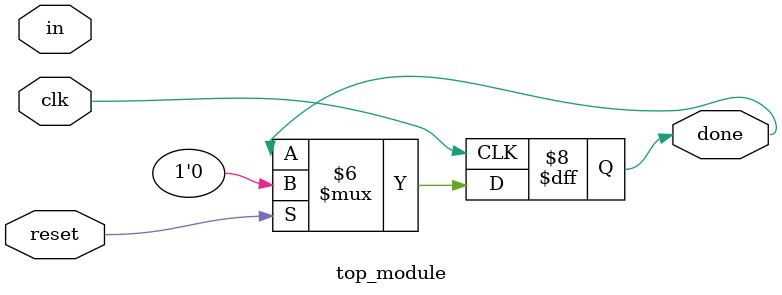
<source format=v>
module top_module(
    input clk,
    input in,
    input reset,    // Synchronous reset
    output reg done
); 

    reg [7:0] bits ;
    reg state ;
    reg next ;

    always @ (posedge clk) begin
        if(reset) begin 
            done <= 1'b0 ;
        end
        else begin 
            state <= next ;
        end
    end

endmodule
</source>
